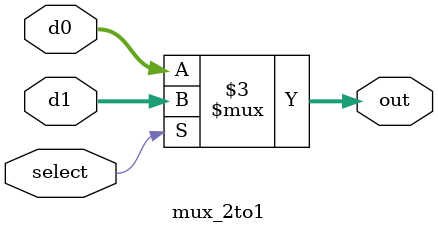
<source format=v>
`timescale 1ns / 1ps

// Ä£×é£ºÊäÈë¶ËÓÐÈý¸ö£¬selectÎªÑ¡ÔñÐÅºÅ£¬outÎªÊä³öÐÅºÅ
module mux_2to1(
    input [1:0] d0,
    input [1:0] d1,
    input select,
    output reg [1:0] out
);

// ×éºÏÂß¼­£¬Èç¹ûselectÎª1£¬ÔòÊä³öd1µÄÖµ£»Èç¹ûselectÎª0£¬ÔòÊä³öd0µÄÖµ
always @(select or d0 or d1)
begin
    if (select)
        out = d1;
    else
        out = d0;
end

endmodule

</source>
